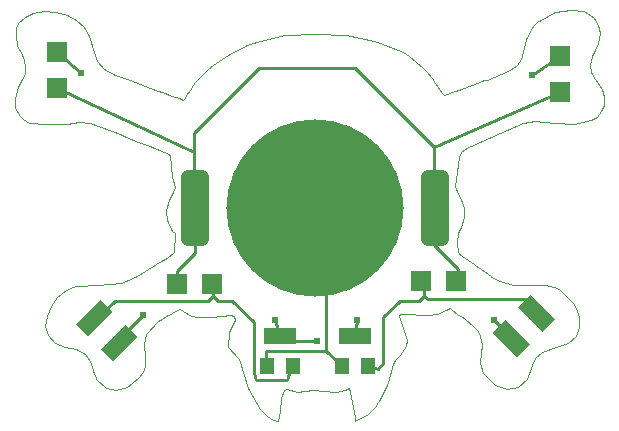
<source format=gbl>
G75*
G70*
%OFA0B0*%
%FSLAX24Y24*%
%IPPOS*%
%LPD*%
%AMOC8*
5,1,8,0,0,1.08239X$1,22.5*
%
%ADD10C,0.0010*%
%ADD11R,0.1102X0.0551*%
%ADD12R,0.0472X0.0551*%
%ADD13R,0.0591X0.1142*%
%ADD14R,0.0709X0.0709*%
%ADD15C,0.0453*%
%ADD16C,0.5906*%
%ADD17C,0.0375*%
%ADD18C,0.0100*%
%ADD19C,0.0240*%
D10*
X002813Y001666D02*
X002773Y001794D01*
X002677Y002095D01*
X002502Y002332D01*
X002202Y002485D01*
X001841Y002565D01*
X001498Y002704D01*
X001254Y002972D01*
X001179Y003262D01*
X001215Y003596D01*
X001351Y003934D01*
X001577Y004233D01*
X001868Y004458D01*
X002112Y004565D01*
X002191Y004598D01*
X002926Y004644D01*
X003693Y004687D01*
X003862Y004749D01*
X004222Y004936D01*
X004496Y005090D01*
X004609Y005166D01*
X004763Y005259D01*
X004822Y005299D01*
X004868Y005336D01*
X005046Y005430D01*
X005230Y005537D01*
X005472Y005723D01*
X005486Y006356D01*
X005413Y006444D01*
X005245Y006806D01*
X005202Y007130D01*
X005293Y007457D01*
X005432Y007739D01*
X005482Y007896D01*
X005390Y008224D01*
X005347Y008635D01*
X005334Y008922D01*
X005287Y009005D01*
X004974Y009138D01*
X004888Y009162D01*
X004802Y009186D01*
X004651Y009252D01*
X004472Y009334D01*
X004358Y009372D01*
X004248Y009408D01*
X003876Y009570D01*
X003666Y009655D01*
X003044Y009898D01*
X002939Y009935D01*
X002648Y010029D01*
X002287Y010048D01*
X001893Y010008D01*
X001223Y009993D01*
X000645Y010024D01*
X000436Y010150D01*
X000318Y010268D01*
X000160Y010544D01*
X000160Y010859D01*
X000258Y011216D01*
X000389Y011507D01*
X000483Y011671D01*
X000513Y011894D01*
X000480Y012135D01*
X000348Y012387D01*
X000277Y012532D01*
X000231Y012631D01*
X000185Y012959D01*
X000197Y013204D01*
X000274Y013356D01*
X000482Y013566D01*
X000771Y013702D01*
X001127Y013758D01*
X001538Y013733D01*
X001895Y013635D01*
X002203Y013466D01*
X002455Y013230D01*
X002641Y012933D01*
X002800Y012402D01*
X002897Y012091D01*
X003125Y011827D01*
X003512Y011631D01*
X004008Y011447D01*
X004657Y011208D01*
X004757Y011157D01*
X004821Y011132D01*
X004944Y011093D01*
X005077Y011054D01*
X005150Y011027D01*
X005231Y011001D01*
X005295Y010978D01*
X005393Y010928D01*
X005630Y010848D01*
X005767Y010795D01*
X005820Y010869D01*
X005873Y010961D01*
X005991Y011132D01*
X006109Y011303D01*
X006172Y011390D01*
X006351Y011605D01*
X006583Y011837D01*
X006753Y011968D01*
X007260Y012293D01*
X007909Y012615D01*
X008087Y012691D01*
X008226Y012735D01*
X008324Y012767D01*
X009156Y012964D01*
X010180Y013012D01*
X011206Y012977D01*
X012138Y012763D01*
X012335Y012697D01*
X013097Y012382D01*
X013290Y012275D01*
X013780Y011855D01*
X013859Y011763D01*
X014047Y011532D01*
X014173Y011368D01*
X014388Y011033D01*
X014453Y010974D01*
X014822Y011094D01*
X014954Y011132D01*
X015029Y011154D01*
X015383Y011291D01*
X015720Y011426D01*
X015800Y011447D01*
X015896Y011472D01*
X016367Y011651D01*
X016659Y011781D01*
X016883Y011952D01*
X017033Y012155D01*
X017099Y012384D01*
X017201Y012839D01*
X017433Y013255D01*
X017583Y013417D01*
X017615Y013442D01*
X018154Y013746D01*
X018691Y013803D01*
X019126Y013748D01*
X019480Y013521D01*
X019611Y013288D01*
X019663Y013037D01*
X019606Y012689D01*
X019502Y012471D01*
X019390Y012276D01*
X019336Y011979D01*
X019363Y011724D01*
X019483Y011489D01*
X019733Y011158D01*
X019795Y010880D01*
X019796Y010645D01*
X019703Y010437D01*
X019562Y010240D01*
X019349Y010119D01*
X018813Y009990D01*
X018167Y010026D01*
X017484Y010100D01*
X017101Y010043D01*
X016315Y009686D01*
X016026Y009555D01*
X015374Y009252D01*
X015262Y009214D01*
X015225Y009190D01*
X015152Y009149D01*
X015017Y009079D01*
X014977Y008901D01*
X014867Y008148D01*
X014832Y007931D01*
X014860Y007829D01*
X015071Y007401D01*
X015124Y007204D01*
X015133Y006899D01*
X015037Y006559D01*
X014927Y006347D01*
X014904Y006022D01*
X014915Y005757D01*
X014959Y005664D01*
X015028Y005615D01*
X015075Y005588D01*
X015454Y005324D01*
X015514Y005274D01*
X015541Y005247D01*
X015600Y005221D01*
X016014Y004932D01*
X016039Y004911D01*
X016314Y004773D01*
X016748Y004638D01*
X017208Y004633D01*
X017867Y004634D01*
X018220Y004522D01*
X018320Y004473D01*
X018773Y004029D01*
X018861Y003862D01*
X018953Y003567D01*
X018972Y003242D01*
X018856Y002935D01*
X018613Y002702D01*
X018181Y002567D01*
X017717Y002397D01*
X017510Y002202D01*
X017402Y001950D01*
X017233Y001483D01*
X016935Y001225D01*
X016550Y001159D01*
X016172Y001301D01*
X015763Y001703D01*
X015651Y002021D01*
X015685Y002370D01*
X015721Y002637D01*
X015667Y002937D01*
X015588Y003106D01*
X015437Y003277D01*
X015114Y003520D01*
X014891Y003659D01*
X014744Y003794D01*
X014670Y003862D01*
X014534Y003795D01*
X014228Y003671D01*
X013911Y003624D01*
X013123Y003650D01*
X013000Y003647D01*
X012970Y003600D01*
X013085Y003193D01*
X013216Y002784D01*
X013200Y002599D01*
X012986Y002299D01*
X012835Y002131D01*
X012779Y001996D01*
X012603Y001393D01*
X012571Y001309D01*
X012344Y000827D01*
X012281Y000754D01*
X012256Y000727D01*
X012151Y000558D01*
X011883Y000302D01*
X011582Y000150D01*
X011499Y000111D01*
X011486Y000226D01*
X011362Y000907D01*
X011336Y001069D01*
X011312Y001187D01*
X011174Y001143D01*
X010865Y001073D01*
X010477Y001109D01*
X010094Y001124D01*
X009579Y001077D01*
X009241Y001154D01*
X009144Y001133D01*
X009041Y000859D01*
X008983Y000420D01*
X008940Y000111D01*
X008775Y000133D01*
X008776Y000134D01*
X008552Y000266D01*
X008342Y000482D01*
X007943Y001194D01*
X007633Y002164D01*
X007612Y002201D01*
X007251Y002578D01*
X007295Y003068D01*
X007403Y003269D01*
X007489Y003463D01*
X007459Y003587D01*
X007316Y003636D01*
X007066Y003606D01*
X006650Y003550D01*
X006280Y003566D01*
X006038Y003611D01*
X005924Y003662D01*
X005868Y003698D01*
X005750Y003769D01*
X005657Y003841D01*
X005483Y003750D01*
X005300Y003639D01*
X005256Y003619D01*
X005186Y003586D01*
X005059Y003506D01*
X004914Y003428D01*
X004518Y003011D01*
X004459Y002670D01*
X004491Y002257D01*
X004497Y001932D01*
X004420Y001723D01*
X004258Y001522D01*
X003889Y001220D01*
X003521Y001124D01*
X003189Y001208D01*
X002877Y001510D01*
X002852Y001566D01*
X002813Y001666D01*
D11*
X009001Y002943D03*
X011481Y002943D03*
D12*
X011048Y001919D03*
X011914Y001919D03*
X009434Y001919D03*
X008568Y001919D03*
D13*
G36*
X003835Y003309D02*
X004252Y002892D01*
X003445Y002085D01*
X003028Y002502D01*
X003835Y003309D01*
G37*
G36*
X003000Y004144D02*
X003417Y003727D01*
X002610Y002920D01*
X002193Y003337D01*
X003000Y004144D01*
G37*
G36*
X016094Y003046D02*
X016511Y003463D01*
X017318Y002656D01*
X016901Y002239D01*
X016094Y003046D01*
G37*
G36*
X016930Y003882D02*
X017347Y004299D01*
X018154Y003492D01*
X017737Y003075D01*
X016930Y003882D01*
G37*
D14*
X014878Y004754D03*
X013698Y004754D03*
X006742Y004647D03*
X005561Y004647D03*
X001561Y011201D03*
X001561Y012381D03*
X018346Y012250D03*
X018346Y011070D03*
D15*
X013933Y008221D02*
X013933Y006173D01*
X013933Y008221D02*
X014387Y008221D01*
X014387Y006173D01*
X013933Y006173D01*
X013933Y006625D02*
X014387Y006625D01*
X014387Y007077D02*
X013933Y007077D01*
X013933Y007529D02*
X014387Y007529D01*
X014387Y007981D02*
X013933Y007981D01*
X005933Y008221D02*
X005933Y006173D01*
X005933Y008221D02*
X006387Y008221D01*
X006387Y006173D01*
X005933Y006173D01*
X005933Y006625D02*
X006387Y006625D01*
X006387Y007077D02*
X005933Y007077D01*
X005933Y007529D02*
X006387Y007529D01*
X006387Y007981D02*
X005933Y007981D01*
D16*
X010160Y007197D03*
D17*
X010723Y007009D02*
X009597Y007009D01*
X009597Y007385D01*
X010723Y007385D01*
X010723Y007009D01*
X010723Y007383D02*
X009597Y007383D01*
D18*
X010121Y007197D02*
X010160Y007197D01*
X010521Y006837D01*
X010521Y002446D01*
X010536Y002431D01*
X011048Y001919D01*
X010536Y002431D02*
X008521Y002431D01*
X008521Y001839D01*
X008568Y001919D01*
X008121Y001711D02*
X008201Y001471D01*
X009241Y001471D01*
X009321Y001806D01*
X009434Y001919D01*
X009354Y001744D01*
X008121Y001711D02*
X008121Y003391D01*
X007401Y004111D01*
X006921Y004111D01*
X006761Y004271D01*
X006761Y004548D01*
X006742Y004647D01*
X006761Y004271D02*
X006601Y004111D01*
X003481Y004111D01*
X002902Y003532D01*
X002805Y003532D01*
X003640Y002830D02*
X004441Y003631D01*
X003640Y002830D02*
X003640Y002697D01*
X005561Y004647D02*
X005561Y005083D01*
X006160Y005682D01*
X006160Y007197D01*
X006121Y009071D01*
X006121Y009711D01*
X008281Y011871D01*
X011481Y011871D01*
X014121Y009231D01*
X014121Y005951D01*
X014921Y005151D01*
X014921Y004711D01*
X014878Y004754D01*
X013801Y004651D02*
X013801Y004271D01*
X013641Y004111D01*
X013001Y004111D01*
X012441Y003551D01*
X012441Y002031D01*
X012249Y001839D01*
X011914Y001919D01*
X011481Y002943D02*
X011561Y003471D01*
X010241Y002751D02*
X009033Y002751D01*
X009001Y002943D01*
X008841Y003471D01*
X013698Y004754D02*
X013801Y004651D01*
X013801Y004271D02*
X013925Y004147D01*
X017161Y004147D01*
X017542Y003687D01*
X016706Y002885D02*
X016121Y003471D01*
X016706Y002885D02*
X016706Y002851D01*
X014121Y009231D02*
X018346Y011070D01*
X017401Y011631D02*
X018346Y012250D01*
X006121Y009071D02*
X001561Y011201D01*
X002361Y011711D02*
X001561Y012381D01*
D19*
X002361Y011711D03*
X004441Y003631D03*
X008841Y003471D03*
X010241Y002751D03*
X011561Y003471D03*
X016121Y003471D03*
X017401Y011631D03*
M02*

</source>
